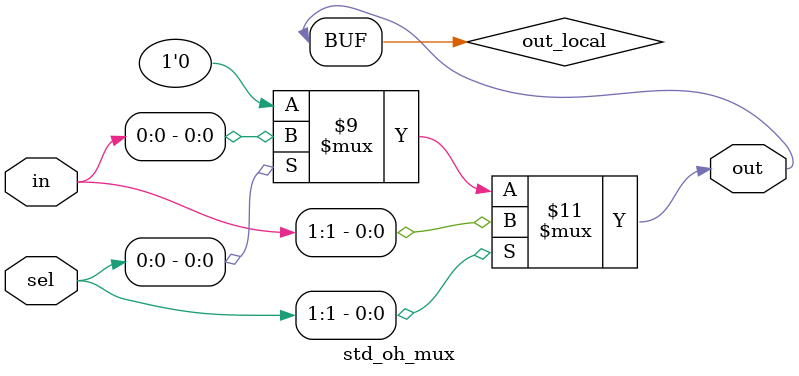
<source format=sv>


module std_oh_mux #(parameter DW  = 1, /* width of data inputs*/ parameter N = 2  /* number of inputs*/, parameter PRIORITY_TYPE = "MSB" /*MSB, LSB, NONE*/)
(
	input [N-1:0]    sel, // select vector
	input [N*DW-1:0] in, // concatenated input {.., in1[DW-1:0], in0[DW-1:0]}
	output [DW-1:0]  out  // output
);

//local variable

logic [DW-1:0]  out_local;

genvar i;
generate

	if(PRIORITY_TYPE == "LSB") begin
		
		always_comb begin
			out_local[DW-1:0] <= {DW{1'b0}};
			
			for(int i = N; i != 0; i--) begin
				if(sel[i-1]) begin
					out_local[DW-1:0] <= in[(i*DW-1)-:DW];
				end
			end
		end
		
	end else if(PRIORITY_TYPE == "MSB") begin
		
		always_comb begin
			out_local[DW-1:0] <= {DW{1'b0}};
			
			for(int i = 0; i < N; i++) begin
				if(sel[i]) begin
					out_local[DW-1:0] <= in[((i+1)*DW-1)-:DW];
				end
			end
		end
	end else begin
		
		always_comb begin
			out_local[DW-1:0] = {DW{1'b0}};
			
			for (int i = 0; i < N; i++) begin
				out_local |= {(DW){sel[i]}} & in[((i+1)*DW-1)-:DW];
			end
		end
		
	end
	
endgenerate

assign out[DW-1:0] = out_local[DW-1:0];

endmodule // std_oh_mux




</source>
